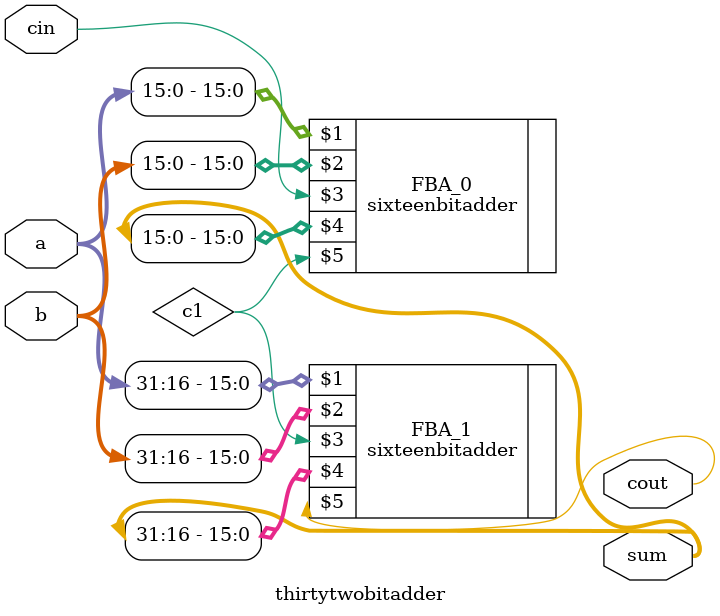
<source format=v>
`include "sixteen_bit_adder.v"

module thirtytwobitadder(a,b,cin,sum,cout);
input [31:0] a,b;
input cin;
output [31:0] sum;
output cout;

wire c1;

sixteenbitadder FBA_0 (a[15:0],b[15:0],cin,sum[15:0],c1);
sixteenbitadder FBA_1 (a[31:16],b[31:16],c1,sum[31:16],cout);

endmodule
</source>
